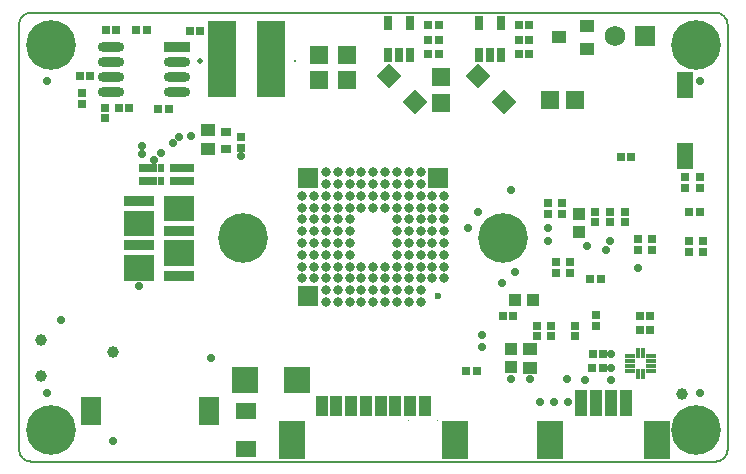
<source format=gbs>
%FSLAX44Y44*%
%MOMM*%
G71*
G01*
G75*
G04 Layer_Color=16711935*
%ADD10R,1.8000X0.2500*%
%ADD11R,0.5000X0.6000*%
%ADD12R,0.5000X1.1000*%
%ADD13R,0.8128X0.8128*%
%ADD14R,1.0160X0.8890*%
%ADD15R,2.4000X1.2500*%
%ADD16R,1.2000X1.2500*%
%ADD17R,0.8890X1.0160*%
%ADD18R,1.6002X1.2954*%
%ADD19R,0.7600X1.5200*%
%ADD20R,0.6000X0.5000*%
%ADD21R,0.8128X0.8128*%
%ADD22R,1.0668X0.8128*%
G04:AMPARAMS|DCode=23|XSize=0.22mm|YSize=0.8mm|CornerRadius=0mm|HoleSize=0mm|Usage=FLASHONLY|Rotation=90.000|XOffset=0mm|YOffset=0mm|HoleType=Round|Shape=RoundedRectangle|*
%AMROUNDEDRECTD23*
21,1,0.2200,0.8000,0,0,90.0*
21,1,0.2200,0.8000,0,0,90.0*
1,1,0.0000,0.4000,0.1100*
1,1,0.0000,0.4000,-0.1100*
1,1,0.0000,-0.4000,-0.1100*
1,1,0.0000,-0.4000,0.1100*
%
%ADD23ROUNDEDRECTD23*%
G04:AMPARAMS|DCode=24|XSize=0.22mm|YSize=0.8mm|CornerRadius=0mm|HoleSize=0mm|Usage=FLASHONLY|Rotation=0.000|XOffset=0mm|YOffset=0mm|HoleType=Round|Shape=RoundedRectangle|*
%AMROUNDEDRECTD24*
21,1,0.2200,0.8000,0,0,0.0*
21,1,0.2200,0.8000,0,0,0.0*
1,1,0.0000,0.1100,-0.4000*
1,1,0.0000,-0.1100,-0.4000*
1,1,0.0000,-0.1100,0.4000*
1,1,0.0000,0.1100,0.4000*
%
%ADD24ROUNDEDRECTD24*%
%ADD25R,4.3000X4.3000*%
%ADD26R,0.6000X0.7000*%
%ADD27R,1.2000X1.4000*%
%ADD28R,0.8000X1.6000*%
%ADD29P,1.8385X4X90.0*%
%ADD30R,1.2700X0.5080*%
%ADD31R,1.3970X1.3970*%
%ADD32R,1.2000X1.6000*%
%ADD33R,1.5000X0.4000*%
%ADD34R,1.2000X2.2000*%
%ADD35R,1.6000X1.4000*%
%ADD36R,1.1000X1.4000*%
%ADD37R,0.7000X1.6000*%
%ADD38R,1.4000X1.2000*%
%ADD39R,1.4000X0.6000*%
%ADD40C,0.2000*%
%ADD41C,0.2540*%
%ADD42C,0.1270*%
%ADD43C,0.4000*%
%ADD44C,0.6000*%
%ADD45C,0.3000*%
%ADD46C,1.0000*%
%ADD47C,0.5000*%
%ADD48C,0.0254*%
%ADD49C,0.5000*%
G04:AMPARAMS|DCode=50|XSize=4mm|YSize=4mm|CornerRadius=2mm|HoleSize=0mm|Usage=FLASHONLY|Rotation=0.000|XOffset=0mm|YOffset=0mm|HoleType=Round|Shape=RoundedRectangle|*
%AMROUNDEDRECTD50*
21,1,4.0000,0.0000,0,0,0.0*
21,1,0.0000,4.0000,0,0,0.0*
1,1,4.0000,0.0000,0.0000*
1,1,4.0000,0.0000,0.0000*
1,1,4.0000,0.0000,0.0000*
1,1,4.0000,0.0000,0.0000*
%
%ADD50ROUNDEDRECTD50*%
%ADD51R,1.5240X1.5240*%
%ADD52C,1.5240*%
%ADD53C,0.3000*%
%ADD54C,4.4000*%
%ADD55C,0.8000*%
%ADD56C,3.6000*%
%ADD57R,1.2000X2.0000*%
%ADD58R,1.6000X1.2000*%
%ADD59O,2.0320X0.6096*%
%ADD60R,2.0320X0.6096*%
%ADD61R,2.3500X0.7250*%
%ADD62R,1.3970X1.3970*%
%ADD63P,1.8385X4X180.0*%
%ADD64R,2.1000X3.0000*%
%ADD65R,0.8000X2.1000*%
%ADD66R,1.6000X2.2000*%
%ADD67C,0.8000*%
G04:AMPARAMS|DCode=68|XSize=2mm|YSize=2mm|CornerRadius=0mm|HoleSize=0mm|Usage=FLASHONLY|Rotation=180.000|XOffset=0mm|YOffset=0mm|HoleType=Round|Shape=RoundedRectangle|*
%AMROUNDEDRECTD68*
21,1,2.0000,2.0000,0,0,180.0*
21,1,2.0000,2.0000,0,0,180.0*
1,1,0.0000,-1.0000,1.0000*
1,1,0.0000,1.0000,1.0000*
1,1,0.0000,1.0000,-1.0000*
1,1,0.0000,-1.0000,-1.0000*
%
%ADD68ROUNDEDRECTD68*%
%ADD69R,2.1500X6.3000*%
%ADD70C,0.6000*%
%ADD71R,1.6000X1.6000*%
%ADD72R,0.4064X0.5500*%
%ADD73R,0.3048X0.5500*%
%ADD74R,0.2000X0.7500*%
%ADD75R,0.7500X0.2000*%
%ADD76R,0.7000X0.6000*%
%ADD77R,2.3500X1.9250*%
%ADD78C,4.0000*%
%ADD79C,0.1250*%
%ADD80C,0.1524*%
%ADD81C,0.1200*%
%ADD82C,0.2032*%
%ADD83C,0.1000*%
%ADD84R,2.0040X0.4540*%
%ADD85R,0.7040X0.8040*%
%ADD86R,0.7040X1.3040*%
%ADD87R,1.0168X1.0168*%
%ADD88R,1.2200X1.0930*%
%ADD89R,2.6040X1.4540*%
%ADD90R,1.4040X1.4540*%
%ADD91R,1.0930X1.2200*%
%ADD92R,1.8042X1.4994*%
%ADD93R,0.9640X1.7240*%
%ADD94R,0.8040X0.7040*%
%ADD95R,1.0168X1.0168*%
%ADD96R,1.2708X1.0168*%
G04:AMPARAMS|DCode=97|XSize=0.424mm|YSize=1.004mm|CornerRadius=0mm|HoleSize=0mm|Usage=FLASHONLY|Rotation=90.000|XOffset=0mm|YOffset=0mm|HoleType=Round|Shape=RoundedRectangle|*
%AMROUNDEDRECTD97*
21,1,0.4240,1.0040,0,0,90.0*
21,1,0.4240,1.0040,0,0,90.0*
1,1,0.0000,0.5020,0.2120*
1,1,0.0000,0.5020,-0.2120*
1,1,0.0000,-0.5020,-0.2120*
1,1,0.0000,-0.5020,0.2120*
%
%ADD97ROUNDEDRECTD97*%
G04:AMPARAMS|DCode=98|XSize=0.424mm|YSize=1.004mm|CornerRadius=0mm|HoleSize=0mm|Usage=FLASHONLY|Rotation=0.000|XOffset=0mm|YOffset=0mm|HoleType=Round|Shape=RoundedRectangle|*
%AMROUNDEDRECTD98*
21,1,0.4240,1.0040,0,0,0.0*
21,1,0.4240,1.0040,0,0,0.0*
1,1,0.0000,0.2120,-0.5020*
1,1,0.0000,-0.2120,-0.5020*
1,1,0.0000,-0.2120,0.5020*
1,1,0.0000,0.2120,0.5020*
%
%ADD98ROUNDEDRECTD98*%
%ADD99R,4.5040X4.5040*%
%ADD100R,0.8040X0.9040*%
%ADD101R,1.4040X1.6040*%
%ADD102R,1.0040X1.8040*%
%ADD103P,2.1270X4X90.0*%
%ADD104R,1.4740X0.7120*%
%ADD105R,1.6010X1.6010*%
%ADD106R,1.4040X1.8040*%
%ADD107R,1.7040X0.6040*%
%ADD108R,1.4040X2.4040*%
%ADD109R,1.8040X1.6040*%
%ADD110R,1.3040X1.6040*%
%ADD111R,0.9040X1.8040*%
%ADD112R,1.6040X1.4040*%
%ADD113R,1.6040X0.8040*%
%ADD114C,0.7040*%
G04:AMPARAMS|DCode=115|XSize=4.204mm|YSize=4.204mm|CornerRadius=2.102mm|HoleSize=0mm|Usage=FLASHONLY|Rotation=0.000|XOffset=0mm|YOffset=0mm|HoleType=Round|Shape=RoundedRectangle|*
%AMROUNDEDRECTD115*
21,1,4.2040,0.0000,0,0,0.0*
21,1,0.0000,4.2040,0,0,0.0*
1,1,4.2040,0.0000,0.0000*
1,1,4.2040,0.0000,0.0000*
1,1,4.2040,0.0000,0.0000*
1,1,4.2040,0.0000,0.0000*
%
%ADD115ROUNDEDRECTD115*%
%ADD116R,1.7280X1.7280*%
%ADD117C,1.7280*%
%ADD118C,0.5040*%
%ADD119C,0.2040*%
%ADD120C,4.6040*%
%ADD121R,2.5500X1.4000*%
%ADD122R,1.4040X2.2040*%
%ADD123R,1.8040X1.4040*%
%ADD124O,2.2360X0.8136*%
%ADD125R,2.2360X0.8136*%
%ADD126R,2.5540X0.9290*%
%ADD127R,1.6010X1.6010*%
%ADD128P,2.1270X4X180.0*%
%ADD129R,2.3040X3.2040*%
%ADD130R,1.0040X2.3040*%
%ADD131R,1.8040X2.4040*%
%ADD132C,1.0040*%
G04:AMPARAMS|DCode=133|XSize=2.204mm|YSize=2.204mm|CornerRadius=0mm|HoleSize=0mm|Usage=FLASHONLY|Rotation=180.000|XOffset=0mm|YOffset=0mm|HoleType=Round|Shape=RoundedRectangle|*
%AMROUNDEDRECTD133*
21,1,2.2040,2.2040,0,0,180.0*
21,1,2.2040,2.2040,0,0,180.0*
1,1,0.0000,-1.1020,1.1020*
1,1,0.0000,1.1020,1.1020*
1,1,0.0000,1.1020,-1.1020*
1,1,0.0000,-1.1020,-1.1020*
%
%ADD133ROUNDEDRECTD133*%
%ADD134R,2.3540X6.5040*%
%ADD135C,0.8040*%
%ADD136R,1.8040X1.8040*%
%ADD137R,0.6104X0.7540*%
%ADD138R,0.5088X0.7540*%
%ADD139R,0.4040X0.9540*%
%ADD140R,0.9540X0.4040*%
%ADD141R,0.9040X0.8040*%
%ADD142C,4.2040*%
D40*
X289941Y-190000D02*
G03*
X299941Y-180000I0J10000D01*
G01*
Y180000D02*
G03*
X289941Y190000I-10000J0D01*
G01*
X-300000Y-180000D02*
G03*
X-290000Y-190000I10000J0D01*
G01*
Y190000D02*
G03*
X-300000Y180000I0J-10000D01*
G01*
X300000Y-180000D02*
Y180000D01*
X-300000Y-180000D02*
Y180000D01*
X-290000Y-190000D02*
X289941Y-190000D01*
X-290000Y190000D02*
X289941Y190000D01*
D48*
X53993Y-154584D02*
X54000D01*
X27493Y-143984D02*
X27500D01*
X2493D02*
X2500D01*
X28993Y-154584D02*
X29000D01*
D70*
X55000Y-50000D02*
D03*
D85*
X-206500Y109000D02*
D03*
X-215500D02*
D03*
X123230Y167031D02*
D03*
X132230D02*
D03*
X55656Y154830D02*
D03*
X46656D02*
D03*
X55656Y179230D02*
D03*
X46656D02*
D03*
X234500Y-79000D02*
D03*
X225500D02*
D03*
X234500Y-67000D02*
D03*
X225500D02*
D03*
X267500Y21000D02*
D03*
X276500D02*
D03*
X183500Y-35494D02*
D03*
X192500D02*
D03*
X109500Y-67000D02*
D03*
X118500D02*
D03*
X78500Y-113000D02*
D03*
X87500D02*
D03*
X-155354Y174853D02*
D03*
X-146354D02*
D03*
X-226500Y175642D02*
D03*
X-217500D02*
D03*
X-239500Y136000D02*
D03*
X-248500D02*
D03*
X-192003Y175642D02*
D03*
X-201003D02*
D03*
X-173062Y108887D02*
D03*
X-182062D02*
D03*
X46656Y167031D02*
D03*
X55656D02*
D03*
X185500Y-110840D02*
D03*
X194500D02*
D03*
X194658Y-99110D02*
D03*
X185658D02*
D03*
X132230Y179230D02*
D03*
X123230D02*
D03*
Y154830D02*
D03*
X132230D02*
D03*
X218500Y68000D02*
D03*
X209500D02*
D03*
D86*
X108230Y181299D02*
D03*
X89230D02*
D03*
Y154299D02*
D03*
X98730D02*
D03*
X108230D02*
D03*
X31500Y181299D02*
D03*
X12500D02*
D03*
Y154299D02*
D03*
X22000D02*
D03*
X31500D02*
D03*
D87*
X135620Y-53494D02*
D03*
X120380D02*
D03*
D88*
X133000Y-110506D02*
D03*
Y-94504D02*
D03*
X-140000Y74999D02*
D03*
Y91001D02*
D03*
D94*
X-227000Y100500D02*
D03*
Y109500D02*
D03*
X188178Y-65995D02*
D03*
Y-74994D02*
D03*
X264000Y41500D02*
D03*
Y50500D02*
D03*
X277000D02*
D03*
Y41500D02*
D03*
X139000Y-74994D02*
D03*
Y-83994D02*
D03*
X160000Y19500D02*
D03*
Y28500D02*
D03*
X150678Y-83994D02*
D03*
Y-74994D02*
D03*
X170678D02*
D03*
Y-83994D02*
D03*
X267000Y-12500D02*
D03*
Y-3500D02*
D03*
X200000Y21500D02*
D03*
Y12500D02*
D03*
X279000Y-3500D02*
D03*
Y-12500D02*
D03*
X188000Y21500D02*
D03*
Y12500D02*
D03*
X236000Y-1500D02*
D03*
Y-10500D02*
D03*
X224000D02*
D03*
Y-1500D02*
D03*
X213000Y12500D02*
D03*
Y21500D02*
D03*
X-246450Y113000D02*
D03*
Y122000D02*
D03*
X166632Y-30029D02*
D03*
Y-21029D02*
D03*
X155000Y-29994D02*
D03*
Y-20994D02*
D03*
X-112000Y84500D02*
D03*
Y75500D02*
D03*
X148000Y28500D02*
D03*
Y19500D02*
D03*
D95*
X174000Y19620D02*
D03*
Y4380D02*
D03*
X117000Y-109620D02*
D03*
Y-94380D02*
D03*
D96*
X180544Y178589D02*
D03*
Y159513D02*
D03*
X157608Y169051D02*
D03*
D102*
X43750Y-142584D02*
D03*
X18750D02*
D03*
X-43750D02*
D03*
X-31250D02*
D03*
X-18750D02*
D03*
X-6250D02*
D03*
X6250D02*
D03*
X31250D02*
D03*
D105*
X170795Y116000D02*
D03*
X149205D02*
D03*
D114*
X-276200Y-132000D02*
D03*
Y132000D02*
D03*
X276200D02*
D03*
Y-132000D02*
D03*
X148000Y-3569D02*
D03*
Y8000D02*
D03*
X120000Y-29494D02*
D03*
X117000Y40000D02*
D03*
X181000Y-7340D02*
D03*
X224000Y-26000D02*
D03*
X197000Y-11000D02*
D03*
X200000Y-3000D02*
D03*
X165270Y-139730D02*
D03*
X153270Y-139730D02*
D03*
X141270Y-139730D02*
D03*
X201000Y-99000D02*
D03*
X179000Y-121000D02*
D03*
X201000D02*
D03*
Y-111000D02*
D03*
X133000Y-120000D02*
D03*
X164000D02*
D03*
X117000D02*
D03*
X-112000Y69000D02*
D03*
X-198000Y-41000D02*
D03*
X-137000Y-102000D02*
D03*
X-154000Y86000D02*
D03*
X-185501Y65499D02*
D03*
X-179999Y70999D02*
D03*
X-196001Y69999D02*
D03*
X-196000Y77186D02*
D03*
X-170001Y79999D02*
D03*
X-164499Y84499D02*
D03*
X-264000Y-70000D02*
D03*
X92011Y-93000D02*
D03*
X92000Y-83000D02*
D03*
X109000Y-39000D02*
D03*
X80500Y7698D02*
D03*
X88500Y21000D02*
D03*
X-220000Y-172500D02*
D03*
D115*
X-273000Y163000D02*
D03*
X273000D02*
D03*
X-273000Y-163000D02*
D03*
X273000D02*
D03*
D116*
X229700Y170000D02*
D03*
D117*
X204300D02*
D03*
D118*
X-146563Y149244D02*
D03*
D119*
X-66676Y149208D02*
D03*
D121*
X-164613Y20249D02*
D03*
X-198612Y15749D02*
D03*
X-198612Y-22250D02*
D03*
X-164613Y-17751D02*
D03*
D122*
X263778Y68431D02*
D03*
Y128431D02*
D03*
D123*
X-108000Y-147000D02*
D03*
Y-179000D02*
D03*
D124*
X-222080Y161390D02*
D03*
Y148691D02*
D03*
Y135990D02*
D03*
Y123291D02*
D03*
X-166200D02*
D03*
Y135990D02*
D03*
Y148691D02*
D03*
D125*
Y161390D02*
D03*
D126*
X-164612Y5000D02*
D03*
Y31000D02*
D03*
X-198612D02*
D03*
Y5000D02*
D03*
Y-7000D02*
D03*
Y-33000D02*
D03*
X-164612D02*
D03*
Y-7000D02*
D03*
D127*
X-46251Y154443D02*
D03*
Y132853D02*
D03*
X57000Y113825D02*
D03*
Y135415D02*
D03*
X-22189Y132853D02*
D03*
Y154443D02*
D03*
D128*
X13000Y136000D02*
D03*
X35000Y114000D02*
D03*
X89000Y136000D02*
D03*
X111000Y114000D02*
D03*
D129*
X240000Y-171584D02*
D03*
X150000D02*
D03*
X69250D02*
D03*
X-69250D02*
D03*
D130*
X176250Y-140584D02*
D03*
X188750D02*
D03*
X201250D02*
D03*
X213750D02*
D03*
D131*
X-238750Y-147000D02*
D03*
X-139250D02*
D03*
D132*
X-281700Y-87500D02*
D03*
Y-117500D02*
D03*
X-220000Y-97500D02*
D03*
X261000Y-133000D02*
D03*
D133*
X-65000Y-121000D02*
D03*
X-109000D02*
D03*
D134*
X-127831Y150546D02*
D03*
X-86331D02*
D03*
D135*
X-60000Y35000D02*
D03*
Y25000D02*
D03*
Y15000D02*
D03*
Y5000D02*
D03*
Y-5000D02*
D03*
Y-15000D02*
D03*
Y-25000D02*
D03*
Y-35000D02*
D03*
X60000Y35000D02*
D03*
Y25000D02*
D03*
Y15000D02*
D03*
Y5000D02*
D03*
Y-5000D02*
D03*
Y-15000D02*
D03*
Y-25000D02*
D03*
Y-35000D02*
D03*
X-40000Y55000D02*
D03*
X-30000D02*
D03*
X-20000D02*
D03*
X-10000D02*
D03*
X0D02*
D03*
X10000D02*
D03*
X20000D02*
D03*
X30000D02*
D03*
X40000D02*
D03*
X-40000Y-55000D02*
D03*
X-30000D02*
D03*
X-20000D02*
D03*
X-10000D02*
D03*
X0D02*
D03*
X10000D02*
D03*
X20000D02*
D03*
X30000D02*
D03*
X40000D02*
D03*
X50000Y-35000D02*
D03*
Y-25000D02*
D03*
Y-15000D02*
D03*
Y-5000D02*
D03*
Y5000D02*
D03*
Y15000D02*
D03*
Y25000D02*
D03*
Y35000D02*
D03*
X40000Y-45000D02*
D03*
Y-35000D02*
D03*
Y-25000D02*
D03*
Y-15000D02*
D03*
Y-5000D02*
D03*
Y5000D02*
D03*
Y15000D02*
D03*
Y25000D02*
D03*
Y35000D02*
D03*
Y45000D02*
D03*
X30000Y-45000D02*
D03*
Y-35000D02*
D03*
Y-25000D02*
D03*
Y-15000D02*
D03*
Y-5000D02*
D03*
Y5000D02*
D03*
Y15000D02*
D03*
Y25000D02*
D03*
Y35000D02*
D03*
Y45000D02*
D03*
X20000Y-45000D02*
D03*
Y-35000D02*
D03*
Y-25000D02*
D03*
Y-15000D02*
D03*
Y-5000D02*
D03*
Y5000D02*
D03*
Y15000D02*
D03*
Y25000D02*
D03*
Y35000D02*
D03*
Y45000D02*
D03*
X10000Y-45000D02*
D03*
Y-35000D02*
D03*
Y-25000D02*
D03*
Y25000D02*
D03*
Y35000D02*
D03*
Y45000D02*
D03*
X0Y-45000D02*
D03*
Y-35000D02*
D03*
Y-25000D02*
D03*
Y25000D02*
D03*
Y35000D02*
D03*
Y45000D02*
D03*
X-10000Y-45000D02*
D03*
Y-35000D02*
D03*
Y-25000D02*
D03*
Y25000D02*
D03*
Y35000D02*
D03*
Y45000D02*
D03*
X-20000Y-45000D02*
D03*
Y-35000D02*
D03*
Y-25000D02*
D03*
Y-15000D02*
D03*
Y-5000D02*
D03*
Y5000D02*
D03*
Y15000D02*
D03*
Y25000D02*
D03*
Y35000D02*
D03*
Y45000D02*
D03*
X-30000Y-45000D02*
D03*
Y-35000D02*
D03*
Y-25000D02*
D03*
Y-15000D02*
D03*
Y-5000D02*
D03*
Y5000D02*
D03*
Y15000D02*
D03*
Y25000D02*
D03*
Y35000D02*
D03*
Y45000D02*
D03*
X-40000Y-45000D02*
D03*
Y-35000D02*
D03*
Y-25000D02*
D03*
Y-15000D02*
D03*
Y-5000D02*
D03*
Y5000D02*
D03*
Y15000D02*
D03*
Y25000D02*
D03*
Y35000D02*
D03*
Y45000D02*
D03*
X-50000Y-35000D02*
D03*
Y-25000D02*
D03*
Y-15000D02*
D03*
Y-5000D02*
D03*
Y5000D02*
D03*
Y15000D02*
D03*
Y25000D02*
D03*
Y35000D02*
D03*
D136*
X55000Y50000D02*
D03*
X-55000Y-50000D02*
D03*
Y50000D02*
D03*
D137*
X-179999Y47750D02*
D03*
X-196001D02*
D03*
Y58250D02*
D03*
X-179999D02*
D03*
X-153999Y47750D02*
D03*
X-170001D02*
D03*
Y58250D02*
D03*
X-153999D02*
D03*
D138*
X-185501Y47750D02*
D03*
X-190499D02*
D03*
Y58250D02*
D03*
X-185501D02*
D03*
X-159501Y47750D02*
D03*
X-164499D02*
D03*
Y58250D02*
D03*
X-159501D02*
D03*
D139*
X224000Y-98000D02*
D03*
X228000D02*
D03*
Y-116000D02*
D03*
X224000D02*
D03*
D140*
X235000Y-101000D02*
D03*
Y-105000D02*
D03*
Y-109000D02*
D03*
Y-113000D02*
D03*
X217000D02*
D03*
Y-109000D02*
D03*
Y-105000D02*
D03*
Y-101000D02*
D03*
D141*
X-125000Y89100D02*
D03*
Y74900D02*
D03*
D142*
X-110000Y-1000D02*
D03*
X110000Y-1000D02*
D03*
M02*

</source>
